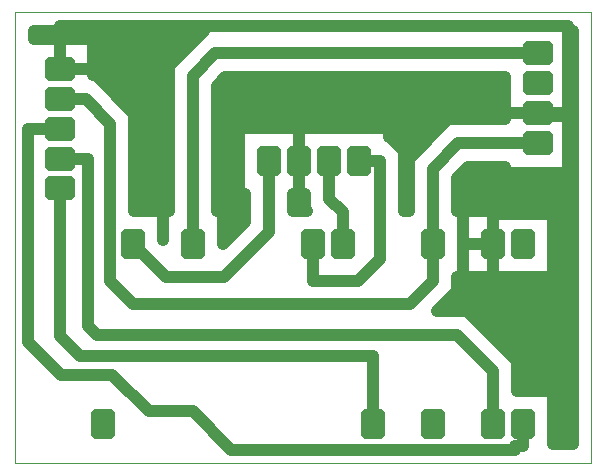
<source format=gbr>
G04 PROTEUS GERBER X2 FILE*
%TF.GenerationSoftware,Labcenter,Proteus,8.15-SP1-Build34318*%
%TF.CreationDate,2023-09-27T19:38:38+00:00*%
%TF.FileFunction,Copper,L1,Bot*%
%TF.FilePolarity,Positive*%
%TF.Part,Single*%
%TF.SameCoordinates,{be505f4d-15cc-4587-884f-e736d1e3a9c5}*%
%FSLAX45Y45*%
%MOMM*%
G01*
%TA.AperFunction,Conductor*%
%ADD10C,1.016000*%
%AMDIL001*
4,1,8,
-1.016000,0.965200,-0.711200,1.270000,0.711200,1.270000,1.016000,0.965200,1.016000,-0.965200,
0.711200,-1.270000,-0.711200,-1.270000,-1.016000,-0.965200,-1.016000,0.965200,
0*%
%TA.AperFunction,ComponentPad*%
%ADD11DIL001*%
%AMDIL002*
4,1,8,
-1.270000,0.711200,-0.965200,1.016000,0.965200,1.016000,1.270000,0.711200,1.270000,-0.711200,
0.965200,-1.016000,-0.965200,-1.016000,-1.270000,-0.711200,-1.270000,0.711200,
0*%
%ADD12DIL002*%
%TA.AperFunction,Profile*%
%ADD13C,0.101600*%
%TD.AperFunction*%
%TA.AperFunction,Conductor*%
G36*
X-5222520Y+3765999D02*
X-4720601Y+3765999D01*
X-4720601Y+3461199D01*
X-4697833Y+3461199D01*
X-4368801Y+3132167D01*
X-4368801Y+2311399D01*
X-4127501Y+2311399D01*
X-4127501Y+2065367D01*
X-4127499Y+2065365D01*
X-4127499Y+2311399D01*
X-4076699Y+2311399D01*
X-4076699Y+3534827D01*
X-3778506Y+3833020D01*
X-5222520Y+3833020D01*
X-5222520Y+3765999D01*
G37*
%TD.AperFunction*%
%TA.AperFunction,Conductor*%
G36*
X-676341Y+3387161D02*
X-676341Y+2625161D01*
X-1235139Y+2625161D01*
X-1235139Y+2675961D01*
X-1545173Y+2675961D01*
X-1638301Y+2582833D01*
X-1638301Y+2311399D01*
X-1587501Y+2311399D01*
X-1587501Y+1752601D01*
X-1638301Y+1752601D01*
X-1638301Y+1630333D01*
X-1805435Y+1463199D01*
X-1556833Y+1463199D01*
X-1130301Y+1036667D01*
X-1130301Y+787399D01*
X-825501Y+787399D01*
X-825501Y+330480D01*
X-657480Y+330480D01*
X-657480Y+3833020D01*
X-676341Y+3833020D01*
X-676341Y+3387161D01*
G37*
%TD.AperFunction*%
%LPC*%
G36*
X-1587499Y+1752601D02*
X-825501Y+1752601D01*
X-825501Y+2311399D01*
X-1587499Y+2311399D01*
X-1587499Y+1752601D01*
G37*
%LPD*%
%TA.AperFunction,Conductor*%
G36*
X-3024701Y+2311399D02*
X-2905665Y+2311399D01*
X-2923099Y+2328833D01*
X-2923099Y+2453901D01*
X-3024701Y+2453901D01*
X-3024701Y+2311399D01*
G37*
%TD.AperFunction*%
%TA.AperFunction,Conductor*%
G36*
X-3670301Y+3366493D02*
X-3670301Y+2311399D01*
X-3619501Y+2311399D01*
X-3619501Y+2027865D01*
X-3431099Y+2216267D01*
X-3431099Y+2453901D01*
X-3481899Y+2453901D01*
X-3481899Y+3012699D01*
X-2211901Y+3012699D01*
X-2211901Y+2936499D01*
X-2201833Y+2936499D01*
X-2082801Y+2817467D01*
X-2082801Y+2311399D01*
X-2044699Y+2311399D01*
X-2044699Y+2751167D01*
X-1713507Y+3082359D01*
X-1235139Y+3082359D01*
X-1235139Y+3437961D01*
X-3598833Y+3437961D01*
X-3670301Y+3366493D01*
G37*
%TD.AperFunction*%
D10*
X-1841500Y+2032000D02*
X-1841500Y+1714500D01*
X-2032000Y+1524000D01*
X-4381500Y+1524000D01*
X-4572000Y+1714500D01*
X-4572000Y+3048000D01*
X-4782000Y+3258000D01*
X-5000000Y+3258000D01*
X-1841500Y+2032000D02*
X-1841500Y+2667000D01*
X-1629340Y+2879160D01*
X-955740Y+2879160D01*
X-955740Y+3641160D02*
X-3683000Y+3641160D01*
X-3873500Y+3450660D01*
X-3873500Y+2032000D01*
X-698500Y+3111500D02*
X-698500Y+3873500D01*
X-5000000Y+3873500D01*
X-5000000Y+3512000D01*
X-1333500Y+2032000D02*
X-1333500Y+2286000D01*
X-889000Y+2286000D01*
X-698500Y+2476500D01*
X-698500Y+3111500D01*
X-889000Y+3111500D02*
X-698500Y+3111500D01*
X-955740Y+3133160D02*
X-955740Y+3111500D01*
X-889000Y+3111500D01*
X-2719900Y+2733300D02*
X-2719900Y+2413000D01*
X-2603500Y+2296600D01*
X-2603500Y+2032000D01*
X-2857500Y+2032000D02*
X-2857500Y+1714500D01*
X-2476500Y+1714500D01*
X-2286000Y+1905000D01*
X-2286000Y+2733300D01*
X-2465900Y+2733300D01*
X-3227900Y+2733300D02*
X-3227900Y+2132100D01*
X-3610000Y+1750000D01*
X-4099500Y+1750000D01*
X-4381500Y+2032000D01*
X-5000000Y+2750000D02*
X-4762500Y+2750000D01*
X-4762500Y+1333500D01*
X-4689000Y+1260000D01*
X-1641000Y+1260000D01*
X-1333500Y+952500D01*
X-1333500Y+508000D01*
X-2349500Y+508000D02*
X-2349500Y+1080000D01*
X-4830000Y+1080000D01*
X-5000000Y+1250000D01*
X-5000000Y+2500000D01*
X-5000000Y+3004000D02*
X-5270000Y+3004000D01*
X-5270000Y+1200000D01*
X-4992431Y+922431D01*
X-4562431Y+922431D01*
X-4250000Y+610000D01*
X-3876778Y+610000D01*
X-3552668Y+285890D01*
X-1143000Y+285890D01*
X-1143000Y+317500D01*
X-1079500Y+317500D01*
X-1079500Y+508000D01*
X-5222520Y+3765999D02*
X-4720601Y+3765999D01*
X-4720601Y+3461199D01*
X-4697833Y+3461199D01*
X-4368801Y+3132167D01*
X-4368801Y+2311399D01*
X-4127501Y+2311399D01*
X-4127501Y+2065367D01*
X-4127499Y+2065365D01*
X-4127499Y+2311399D01*
X-4076699Y+2311399D01*
X-4076699Y+3534827D01*
X-3778506Y+3833020D01*
X-5222520Y+3833020D01*
X-5222520Y+3765999D01*
X-676341Y+3387161D02*
X-676341Y+2625161D01*
X-1235139Y+2625161D01*
X-1235139Y+2675961D01*
X-1545173Y+2675961D01*
X-1638301Y+2582833D01*
X-1638301Y+2311399D01*
X-1587501Y+2311399D01*
X-1587501Y+1752601D01*
X-1638301Y+1752601D01*
X-1638301Y+1630333D01*
X-1805435Y+1463199D01*
X-1556833Y+1463199D01*
X-1130301Y+1036667D01*
X-1130301Y+787399D01*
X-825501Y+787399D01*
X-825501Y+330480D01*
X-657480Y+330480D01*
X-657480Y+3833020D01*
X-676341Y+3833020D01*
X-676341Y+3387161D01*
X-1587499Y+1752601D02*
X-825501Y+1752601D01*
X-825501Y+2311399D01*
X-1587499Y+2311399D01*
X-1587499Y+1752601D01*
X-3024701Y+2311399D02*
X-2905665Y+2311399D01*
X-2923099Y+2328833D01*
X-2923099Y+2453901D01*
X-3024701Y+2453901D01*
X-3024701Y+2311399D01*
X-3670301Y+3366493D02*
X-3670301Y+2311399D01*
X-3619501Y+2311399D01*
X-3619501Y+2027865D01*
X-3431099Y+2216267D01*
X-3431099Y+2453901D01*
X-3481899Y+2453901D01*
X-3481899Y+3012699D01*
X-2211901Y+3012699D01*
X-2211901Y+2936499D01*
X-2201833Y+2936499D01*
X-2082801Y+2817467D01*
X-2082801Y+2311399D01*
X-2044699Y+2311399D01*
X-2044699Y+2751167D01*
X-1713507Y+3082359D01*
X-1235139Y+3082359D01*
X-1235139Y+3437961D01*
X-3598833Y+3437961D01*
X-3670301Y+3366493D01*
X-2973900Y+2504701D02*
X-2973900Y+2733300D01*
X-2973900Y+2961899D02*
X-2973900Y+2733300D01*
X-1184339Y+3133160D02*
X-955740Y+3133160D01*
X-727141Y+3133160D02*
X-955740Y+3133160D01*
X-5000000Y+3715199D02*
X-5000000Y+3512000D01*
X-4771401Y+3512000D02*
X-5000000Y+3512000D01*
X-1333500Y+1803401D02*
X-1333500Y+2032000D01*
X-1536699Y+2032000D02*
X-1333500Y+2032000D01*
X-1333500Y+2260599D02*
X-1333500Y+2032000D01*
D11*
X-2465900Y+2733300D03*
X-2719900Y+2733300D03*
X-2973900Y+2733300D03*
X-3227900Y+2733300D03*
D12*
X-955740Y+2879160D03*
X-955740Y+3133160D03*
X-955740Y+3387160D03*
X-955740Y+3641160D03*
X-5000000Y+2500000D03*
X-5000000Y+2750000D03*
X-5000000Y+3004000D03*
X-5000000Y+3258000D03*
X-5000000Y+3512000D03*
D11*
X-1079500Y+508000D03*
X-1333500Y+508000D03*
X-1841500Y+508000D03*
X-2349500Y+508000D03*
X-4635500Y+508000D03*
X-4381500Y+2032000D03*
X-3873500Y+2032000D03*
X-2857500Y+2032000D03*
X-2603500Y+2032000D03*
X-1841500Y+2032000D03*
X-1333500Y+2032000D03*
X-1079500Y+2032000D03*
D13*
X-5380000Y+173000D02*
X-500000Y+173000D01*
X-500000Y+3990500D01*
X-5380000Y+3990500D01*
X-5380000Y+173000D01*
M02*

</source>
